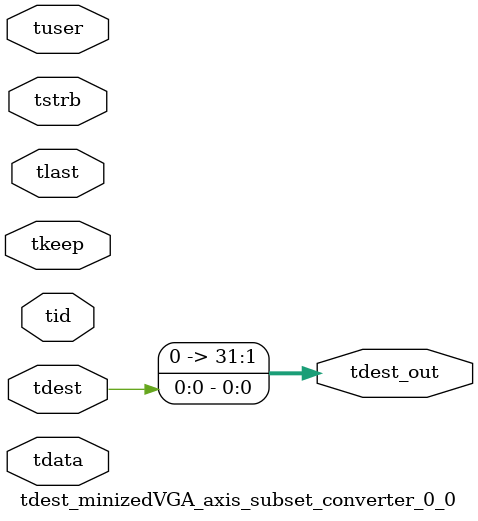
<source format=v>


`timescale 1ps/1ps

module tdest_minizedVGA_axis_subset_converter_0_0 #
(
parameter C_S_AXIS_TDATA_WIDTH = 32,
parameter C_S_AXIS_TUSER_WIDTH = 0,
parameter C_S_AXIS_TID_WIDTH   = 0,
parameter C_S_AXIS_TDEST_WIDTH = 0,
parameter C_M_AXIS_TDEST_WIDTH = 32
)
(
input  [(C_S_AXIS_TDATA_WIDTH == 0 ? 1 : C_S_AXIS_TDATA_WIDTH)-1:0     ] tdata,
input  [(C_S_AXIS_TUSER_WIDTH == 0 ? 1 : C_S_AXIS_TUSER_WIDTH)-1:0     ] tuser,
input  [(C_S_AXIS_TID_WIDTH   == 0 ? 1 : C_S_AXIS_TID_WIDTH)-1:0       ] tid,
input  [(C_S_AXIS_TDEST_WIDTH == 0 ? 1 : C_S_AXIS_TDEST_WIDTH)-1:0     ] tdest,
input  [(C_S_AXIS_TDATA_WIDTH/8)-1:0 ] tkeep,
input  [(C_S_AXIS_TDATA_WIDTH/8)-1:0 ] tstrb,
input                                                                    tlast,
output [C_M_AXIS_TDEST_WIDTH-1:0] tdest_out
);

assign tdest_out = {tdest[0:0]};

endmodule


</source>
